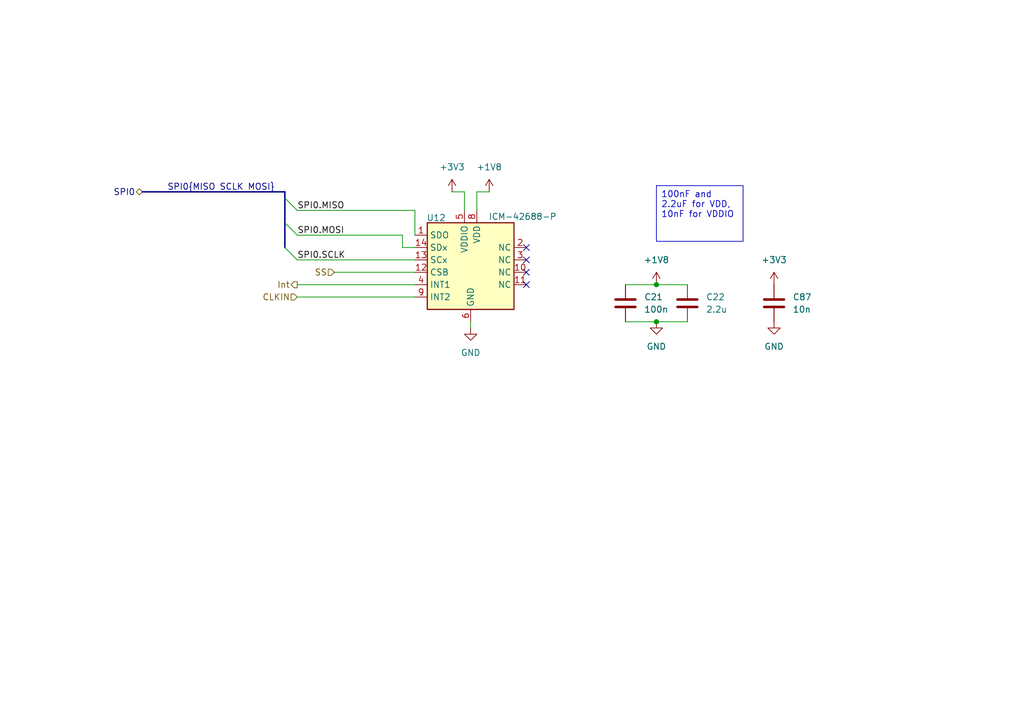
<source format=kicad_sch>
(kicad_sch (version 20250114) (generator "eeschema") (generator_version "9.0")
  (paper "A5")
  (title_block (title "Kolibri FC - Gyro"))
  (lib_symbols
    (symbol "Device:C" (pin_numbers (hide yes)) (pin_names (offset 0.254))
      (property "Reference" "C" (at 0.635 2.54 0))
      (property "Value" "C" (at 0.635 -2.54 0))
      (symbol "C_0_1"
        (polyline (pts (xy -2.032 0.762) (xy 2.032 0.762)) (stroke (width 0.508)))
        (polyline (pts (xy -2.032 -0.762) (xy 2.032 -0.762)) (stroke (width 0.508)))
      )
      (symbol "C_1_1"
        (pin passive line (at 0 3.81 270) (length 2.794) (name "~") (number "1"))
        (pin passive line (at 0 -3.81 90) (length 2.794) (name "~") (number "2"))
      )
    )
    (symbol "Kolibri custom:ICM-42688-P"
      (property "Reference" "U" (at -8.636 9.906 0))
      (property "Value" "ICM-42688-P" (at 10.668 9.906 0))
      (symbol "ICM-42688-P_1_1"
        (rectangle (start -8.89 8.89) (end 8.89 -8.89) (stroke (width 0.254)) (fill (type background)))
        (pin bidirectional line (at -11.43 6.35 0) (length 2.54) (name "SDO") (number "1"))
        (pin bidirectional line (at -11.43 3.81 0) (length 2.54) (name "SDx") (number "14"))
        (pin input line (at -11.43 1.27 0) (length 2.54) (name "SCx") (number "13"))
        (pin input line (at -11.43 -1.27 0) (length 2.54) (name "CSB") (number "12"))
        (pin bidirectional line (at -11.43 -3.81 0) (length 2.54) (name "INT1") (number "4"))
        (pin bidirectional line (at -11.43 -6.35 0) (length 2.54) (name "INT2") (number "9"))
        (pin power_in line (at -1.27 11.43 270) (length 2.54) (name "VDDIO") (number "5"))
        (pin power_in line (at 0 -11.43 90) (length 2.54) (name "GND") (number "6"))
        (pin power_in line (at 0 -11.43 90) (length 2.54) (hide yes) (name "RES") (number "7"))
        (pin power_in line (at 1.27 11.43 270) (length 2.54) (name "VDD") (number "8"))
        (pin free line (at 11.43 3.81 180) (length 2.54) (name "NC") (number "2"))
        (pin free line (at 11.43 1.27 180) (length 2.54) (name "NC") (number "3"))
        (pin free line (at 11.43 -1.27 180) (length 2.54) (name "NC") (number "10"))
        (pin free line (at 11.43 -3.81 180) (length 2.54) (name "NC") (number "11"))
      )
    )
    (symbol "power:+1V8" (power) (pin_numbers (hide yes)) (pin_names (offset 0) (hide yes))
      (property "Value" "+1V8" (at 0 3.556 0))
      (symbol "+1V8_0_1"
        (polyline (pts (xy -0.762 1.27) (xy 0 2.54)))
        (polyline (pts (xy 0 2.54) (xy 0.762 1.27)))
        (polyline (pts (xy 0 0) (xy 0 2.54)))
      )
      (symbol "+1V8_1_1"
        (pin power_in line (at 0 0 90) (length 0) (name "~") (number "1"))
      )
    )
    (symbol "power:+3V3" (power) (pin_numbers (hide yes)) (pin_names (offset 0) (hide yes))
      (property "Value" "+3V3" (at 0 3.556 0))
      (symbol "+3V3_0_1"
        (polyline (pts (xy -0.762 1.27) (xy 0 2.54)))
        (polyline (pts (xy 0 2.54) (xy 0.762 1.27)))
        (polyline (pts (xy 0 0) (xy 0 2.54)))
      )
      (symbol "+3V3_1_1"
        (pin power_in line (at 0 0 90) (length 0) (name "~") (number "1"))
      )
    )
    (symbol "power:GND" (power) (pin_numbers (hide yes)) (pin_names (offset 0) (hide yes))
      (property "Value" "GND" (at 0 -3.81 0))
      (symbol "GND_0_1"
        (polyline (pts (xy 0 0) (xy 0 -1.27) (xy 1.27 -1.27) (xy 0 -2.54) (xy -1.27 -1.27) (xy 0 -1.27)))
      )
      (symbol "GND_1_1"
        (pin power_in line (at 0 0 270) (length 0) (name "~") (number "1"))
      )
    )
  )
  (text_box "100nF and 2.2uF for VDD, 10nF for VDDIO" (at 134.62 38.1 0) (size 17.78 11.43) (margins 0.9525 0.9525 0.9525 0.9525) (effects (font (size 1.27 1.27)) (justify left top)))
  (junction (at 134.62 66.04))
  (junction (at 134.62 58.42))
  (no_connect (at 107.95 58.42))
  (no_connect (at 107.95 55.88))
  (no_connect (at 107.95 53.34))
  (no_connect (at 107.95 50.8))
  (bus_entry (at 58.42 40.64) (size 2.54 2.54))
  (bus_entry (at 58.42 50.8) (size 2.54 2.54))
  (bus_entry (at 58.42 45.72) (size 2.54 2.54))
  (bus (pts (xy 29.21 39.37) (xy 58.42 39.37)))
  (wire (pts (xy 96.52 66.04) (xy 96.52 67.31)))
  (wire (pts (xy 60.96 48.26) (xy 82.55 48.26)))
  (bus (pts (xy 58.42 39.37) (xy 58.42 40.64)))
  (wire (pts (xy 60.96 58.42) (xy 85.09 58.42)))
  (wire (pts (xy 92.71 39.37) (xy 95.25 39.37)))
  (bus (pts (xy 58.42 40.64) (xy 58.42 45.72)))
  (wire (pts (xy 128.27 58.42) (xy 134.62 58.42)))
  (wire (pts (xy 95.25 39.37) (xy 95.25 43.18)))
  (wire (pts (xy 82.55 48.26) (xy 82.55 50.8)))
  (wire (pts (xy 128.27 66.04) (xy 134.62 66.04)))
  (wire (pts (xy 97.79 39.37) (xy 100.33 39.37)))
  (wire (pts (xy 68.58 55.88) (xy 85.09 55.88)))
  (wire (pts (xy 60.96 53.34) (xy 85.09 53.34)))
  (bus (pts (xy 58.42 45.72) (xy 58.42 50.8)))
  (wire (pts (xy 85.09 43.18) (xy 85.09 48.26)))
  (wire (pts (xy 134.62 66.04) (xy 140.97 66.04)))
  (wire (pts (xy 60.96 60.96) (xy 85.09 60.96)))
  (wire (pts (xy 134.62 58.42) (xy 140.97 58.42)))
  (wire (pts (xy 97.79 43.18) (xy 97.79 39.37)))
  (wire (pts (xy 60.96 43.18) (xy 85.09 43.18)))
  (wire (pts (xy 82.55 50.8) (xy 85.09 50.8)))
  (label "SPI0.MISO" (at 60.96 43.18 0))
  (label "SPI0{MISO SCLK MOSI}" (at 34.29 39.37 0))
  (label "SPI0.MOSI" (at 60.96 48.26 0))
  (label "SPI0.SCLK" (at 60.96 53.34 0))
  (hierarchical_label "CLKIN" (shape input) (at 60.96 60.96 180))
  (hierarchical_label "Int" (shape output) (at 60.96 58.42 180))
  (hierarchical_label "SPI0" (shape bidirectional) (at 29.21 39.37 180))
  (hierarchical_label "SS" (shape input) (at 68.58 55.88 180))
  (symbol (lib_id "power:GND") (at 158.75 66.04 0) (unit 1)
    (property "Reference" "#PWR018" (effects (hide yes)))
    (property "Value" "GND" (at 158.75 71.12 0))
    (property "Description" "Power symbol creates a global label with name \"GND\" , ground" (effects (hide yes)))
  )
  (symbol (lib_id "power:GND") (at 134.62 66.04 0) (unit 1)
    (property "Reference" "#PWR020" (effects (hide yes)))
    (property "Value" "GND" (at 134.62 71.12 0))
    (property "Description" "Power symbol creates a global label with name \"GND\" , ground" (effects (hide yes)))
  )
  (symbol (lib_id "power:+1V8") (at 134.62 58.42 0) (unit 1)
    (property "Reference" "#PWR019" (effects (hide yes)))
    (property "Value" "+1V8" (at 134.62 53.34 0))
    (property "Description" "Power symbol creates a global label with name \"+1V8\"" (effects (hide yes)))
  )
  (symbol (lib_id "Kolibri custom:ICM-42688-P") (at 96.52 54.61 0) (unit 1)
    (property "Reference" "U12" (at 87.4873 44.704 0) (effects (justify left)))
    (property "Value" "ICM-42688-P" (at 100.1873 44.45 0) (effects (justify left)))
    (property "Footprint" "Package_LGA:LGA-14_3x2.5mm_P0.5mm_LayoutBorder3x4y" (effects (hide yes)))
    (property "Datasheet" "https://invensense.tdk.com/wp-content/uploads/2020/04/ds-000347_icm-42688-p-datasheet.pdf" (effects (hide yes)))
  )
  (symbol (lib_id "power:+3V3") (at 92.71 39.37 0) (unit 1)
    (property "Reference" "#PWR0177" (effects (hide yes)))
    (property "Value" "+3V3" (at 92.71 34.29 0))
    (property "Description" "Power symbol creates a global label with name \"+3V3\"" (effects (hide yes)))
  )
  (symbol (lib_id "power:GND") (at 96.52 67.31 0) (unit 1)
    (property "Reference" "#PWR0178" (effects (hide yes)))
    (property "Value" "GND" (at 96.52 72.39 0))
    (property "Description" "Power symbol creates a global label with name \"GND\" , ground" (effects (hide yes)))
  )
  (symbol (lib_id "power:+1V8") (at 100.33 39.37 0) (unit 1)
    (property "Reference" "#PWR0144" (effects (hide yes)))
    (property "Value" "+1V8" (at 100.33 34.29 0))
    (property "Description" "Power symbol creates a global label with name \"+1V8\"" (effects (hide yes)))
  )
  (symbol (lib_id "Device:C") (at 128.27 62.23 0) (unit 1)
    (property "Reference" "C21" (at 132.08 60.9599 0) (effects (justify left)))
    (property "Value" "100n" (at 132.08 63.4999 0) (effects (justify left)))
    (property "Footprint" "Capacitor_SMD:C_0402_1005Metric" (effects (hide yes)))
    (property "Description" "Unpolarized capacitor" (effects (hide yes)))
  )
  (symbol (lib_id "Device:C") (at 140.97 62.23 0) (unit 1)
    (property "Reference" "C22" (at 144.78 60.9599 0) (effects (justify left)))
    (property "Value" "2.2u" (at 144.78 63.4999 0) (effects (justify left)))
    (property "Footprint" "Capacitor_SMD:C_0402_1005Metric" (effects (hide yes)))
    (property "Description" "Unpolarized capacitor" (effects (hide yes)))
  )
  (symbol (lib_id "Device:C") (at 158.75 62.23 0) (unit 1)
    (property "Reference" "C87" (at 162.56 60.9599 0) (effects (justify left)))
    (property "Value" "10n" (at 162.56 63.4999 0) (effects (justify left)))
    (property "Footprint" "Capacitor_SMD:C_0402_1005Metric" (effects (hide yes)))
    (property "Description" "Unpolarized capacitor" (effects (hide yes)))
  )
  (symbol (lib_id "power:+3V3") (at 158.75 58.42 0) (unit 1)
    (property "Reference" "#PWR016" (effects (hide yes)))
    (property "Value" "+3V3" (at 158.75 53.34 0))
    (property "Description" "Power symbol creates a global label with name \"+3V3\"" (effects (hide yes)))
  )
)
</source>
